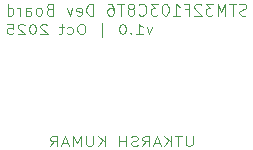
<source format=gbr>
%TF.GenerationSoftware,KiCad,Pcbnew,9.0.4*%
%TF.CreationDate,2025-10-05T01:24:38+05:30*%
%TF.ProjectId,Project4,50726f6a-6563-4743-942e-6b696361645f,rev?*%
%TF.SameCoordinates,Original*%
%TF.FileFunction,Legend,Bot*%
%TF.FilePolarity,Positive*%
%FSLAX46Y46*%
G04 Gerber Fmt 4.6, Leading zero omitted, Abs format (unit mm)*
G04 Created by KiCad (PCBNEW 9.0.4) date 2025-10-05 01:24:38*
%MOMM*%
%LPD*%
G01*
G04 APERTURE LIST*
%ADD10C,0.100000*%
G04 APERTURE END LIST*
D10*
X120196115Y-93596895D02*
X120196115Y-94244514D01*
X120196115Y-94244514D02*
X120148496Y-94320704D01*
X120148496Y-94320704D02*
X120100877Y-94358800D01*
X120100877Y-94358800D02*
X120005639Y-94396895D01*
X120005639Y-94396895D02*
X119815163Y-94396895D01*
X119815163Y-94396895D02*
X119719925Y-94358800D01*
X119719925Y-94358800D02*
X119672306Y-94320704D01*
X119672306Y-94320704D02*
X119624687Y-94244514D01*
X119624687Y-94244514D02*
X119624687Y-93596895D01*
X119291353Y-93596895D02*
X118719925Y-93596895D01*
X119005639Y-94396895D02*
X119005639Y-93596895D01*
X118386591Y-94396895D02*
X118386591Y-93596895D01*
X117815163Y-94396895D02*
X118243734Y-93939752D01*
X117815163Y-93596895D02*
X118386591Y-94054038D01*
X117434210Y-94168323D02*
X116958020Y-94168323D01*
X117529448Y-94396895D02*
X117196115Y-93596895D01*
X117196115Y-93596895D02*
X116862782Y-94396895D01*
X115958020Y-94396895D02*
X116291353Y-94015942D01*
X116529448Y-94396895D02*
X116529448Y-93596895D01*
X116529448Y-93596895D02*
X116148496Y-93596895D01*
X116148496Y-93596895D02*
X116053258Y-93634990D01*
X116053258Y-93634990D02*
X116005639Y-93673085D01*
X116005639Y-93673085D02*
X115958020Y-93749276D01*
X115958020Y-93749276D02*
X115958020Y-93863561D01*
X115958020Y-93863561D02*
X116005639Y-93939752D01*
X116005639Y-93939752D02*
X116053258Y-93977847D01*
X116053258Y-93977847D02*
X116148496Y-94015942D01*
X116148496Y-94015942D02*
X116529448Y-94015942D01*
X115577067Y-94358800D02*
X115434210Y-94396895D01*
X115434210Y-94396895D02*
X115196115Y-94396895D01*
X115196115Y-94396895D02*
X115100877Y-94358800D01*
X115100877Y-94358800D02*
X115053258Y-94320704D01*
X115053258Y-94320704D02*
X115005639Y-94244514D01*
X115005639Y-94244514D02*
X115005639Y-94168323D01*
X115005639Y-94168323D02*
X115053258Y-94092133D01*
X115053258Y-94092133D02*
X115100877Y-94054038D01*
X115100877Y-94054038D02*
X115196115Y-94015942D01*
X115196115Y-94015942D02*
X115386591Y-93977847D01*
X115386591Y-93977847D02*
X115481829Y-93939752D01*
X115481829Y-93939752D02*
X115529448Y-93901657D01*
X115529448Y-93901657D02*
X115577067Y-93825466D01*
X115577067Y-93825466D02*
X115577067Y-93749276D01*
X115577067Y-93749276D02*
X115529448Y-93673085D01*
X115529448Y-93673085D02*
X115481829Y-93634990D01*
X115481829Y-93634990D02*
X115386591Y-93596895D01*
X115386591Y-93596895D02*
X115148496Y-93596895D01*
X115148496Y-93596895D02*
X115005639Y-93634990D01*
X114577067Y-94396895D02*
X114577067Y-93596895D01*
X114577067Y-93977847D02*
X114005639Y-93977847D01*
X114005639Y-94396895D02*
X114005639Y-93596895D01*
X112767543Y-94396895D02*
X112767543Y-93596895D01*
X112196115Y-94396895D02*
X112624686Y-93939752D01*
X112196115Y-93596895D02*
X112767543Y-94054038D01*
X111767543Y-93596895D02*
X111767543Y-94244514D01*
X111767543Y-94244514D02*
X111719924Y-94320704D01*
X111719924Y-94320704D02*
X111672305Y-94358800D01*
X111672305Y-94358800D02*
X111577067Y-94396895D01*
X111577067Y-94396895D02*
X111386591Y-94396895D01*
X111386591Y-94396895D02*
X111291353Y-94358800D01*
X111291353Y-94358800D02*
X111243734Y-94320704D01*
X111243734Y-94320704D02*
X111196115Y-94244514D01*
X111196115Y-94244514D02*
X111196115Y-93596895D01*
X110719924Y-94396895D02*
X110719924Y-93596895D01*
X110719924Y-93596895D02*
X110386591Y-94168323D01*
X110386591Y-94168323D02*
X110053258Y-93596895D01*
X110053258Y-93596895D02*
X110053258Y-94396895D01*
X109624686Y-94168323D02*
X109148496Y-94168323D01*
X109719924Y-94396895D02*
X109386591Y-93596895D01*
X109386591Y-93596895D02*
X109053258Y-94396895D01*
X108148496Y-94396895D02*
X108481829Y-94015942D01*
X108719924Y-94396895D02*
X108719924Y-93596895D01*
X108719924Y-93596895D02*
X108338972Y-93596895D01*
X108338972Y-93596895D02*
X108243734Y-93634990D01*
X108243734Y-93634990D02*
X108196115Y-93673085D01*
X108196115Y-93673085D02*
X108148496Y-93749276D01*
X108148496Y-93749276D02*
X108148496Y-93863561D01*
X108148496Y-93863561D02*
X108196115Y-93939752D01*
X108196115Y-93939752D02*
X108243734Y-93977847D01*
X108243734Y-93977847D02*
X108338972Y-94015942D01*
X108338972Y-94015942D02*
X108719924Y-94015942D01*
X116791353Y-84363561D02*
X116553258Y-84896895D01*
X116553258Y-84896895D02*
X116315163Y-84363561D01*
X115410401Y-84896895D02*
X115981829Y-84896895D01*
X115696115Y-84896895D02*
X115696115Y-84096895D01*
X115696115Y-84096895D02*
X115791353Y-84211180D01*
X115791353Y-84211180D02*
X115886591Y-84287371D01*
X115886591Y-84287371D02*
X115981829Y-84325466D01*
X114981829Y-84820704D02*
X114934210Y-84858800D01*
X114934210Y-84858800D02*
X114981829Y-84896895D01*
X114981829Y-84896895D02*
X115029448Y-84858800D01*
X115029448Y-84858800D02*
X114981829Y-84820704D01*
X114981829Y-84820704D02*
X114981829Y-84896895D01*
X114315163Y-84096895D02*
X114219925Y-84096895D01*
X114219925Y-84096895D02*
X114124687Y-84134990D01*
X114124687Y-84134990D02*
X114077068Y-84173085D01*
X114077068Y-84173085D02*
X114029449Y-84249276D01*
X114029449Y-84249276D02*
X113981830Y-84401657D01*
X113981830Y-84401657D02*
X113981830Y-84592133D01*
X113981830Y-84592133D02*
X114029449Y-84744514D01*
X114029449Y-84744514D02*
X114077068Y-84820704D01*
X114077068Y-84820704D02*
X114124687Y-84858800D01*
X114124687Y-84858800D02*
X114219925Y-84896895D01*
X114219925Y-84896895D02*
X114315163Y-84896895D01*
X114315163Y-84896895D02*
X114410401Y-84858800D01*
X114410401Y-84858800D02*
X114458020Y-84820704D01*
X114458020Y-84820704D02*
X114505639Y-84744514D01*
X114505639Y-84744514D02*
X114553258Y-84592133D01*
X114553258Y-84592133D02*
X114553258Y-84401657D01*
X114553258Y-84401657D02*
X114505639Y-84249276D01*
X114505639Y-84249276D02*
X114458020Y-84173085D01*
X114458020Y-84173085D02*
X114410401Y-84134990D01*
X114410401Y-84134990D02*
X114315163Y-84096895D01*
X112553258Y-85163561D02*
X112553258Y-84020704D01*
X110886591Y-84096895D02*
X110696115Y-84096895D01*
X110696115Y-84096895D02*
X110600877Y-84134990D01*
X110600877Y-84134990D02*
X110505639Y-84211180D01*
X110505639Y-84211180D02*
X110458020Y-84363561D01*
X110458020Y-84363561D02*
X110458020Y-84630228D01*
X110458020Y-84630228D02*
X110505639Y-84782609D01*
X110505639Y-84782609D02*
X110600877Y-84858800D01*
X110600877Y-84858800D02*
X110696115Y-84896895D01*
X110696115Y-84896895D02*
X110886591Y-84896895D01*
X110886591Y-84896895D02*
X110981829Y-84858800D01*
X110981829Y-84858800D02*
X111077067Y-84782609D01*
X111077067Y-84782609D02*
X111124686Y-84630228D01*
X111124686Y-84630228D02*
X111124686Y-84363561D01*
X111124686Y-84363561D02*
X111077067Y-84211180D01*
X111077067Y-84211180D02*
X110981829Y-84134990D01*
X110981829Y-84134990D02*
X110886591Y-84096895D01*
X109600877Y-84858800D02*
X109696115Y-84896895D01*
X109696115Y-84896895D02*
X109886591Y-84896895D01*
X109886591Y-84896895D02*
X109981829Y-84858800D01*
X109981829Y-84858800D02*
X110029448Y-84820704D01*
X110029448Y-84820704D02*
X110077067Y-84744514D01*
X110077067Y-84744514D02*
X110077067Y-84515942D01*
X110077067Y-84515942D02*
X110029448Y-84439752D01*
X110029448Y-84439752D02*
X109981829Y-84401657D01*
X109981829Y-84401657D02*
X109886591Y-84363561D01*
X109886591Y-84363561D02*
X109696115Y-84363561D01*
X109696115Y-84363561D02*
X109600877Y-84401657D01*
X109315162Y-84363561D02*
X108934210Y-84363561D01*
X109172305Y-84096895D02*
X109172305Y-84782609D01*
X109172305Y-84782609D02*
X109124686Y-84858800D01*
X109124686Y-84858800D02*
X109029448Y-84896895D01*
X109029448Y-84896895D02*
X108934210Y-84896895D01*
X107886590Y-84173085D02*
X107838971Y-84134990D01*
X107838971Y-84134990D02*
X107743733Y-84096895D01*
X107743733Y-84096895D02*
X107505638Y-84096895D01*
X107505638Y-84096895D02*
X107410400Y-84134990D01*
X107410400Y-84134990D02*
X107362781Y-84173085D01*
X107362781Y-84173085D02*
X107315162Y-84249276D01*
X107315162Y-84249276D02*
X107315162Y-84325466D01*
X107315162Y-84325466D02*
X107362781Y-84439752D01*
X107362781Y-84439752D02*
X107934209Y-84896895D01*
X107934209Y-84896895D02*
X107315162Y-84896895D01*
X106696114Y-84096895D02*
X106600876Y-84096895D01*
X106600876Y-84096895D02*
X106505638Y-84134990D01*
X106505638Y-84134990D02*
X106458019Y-84173085D01*
X106458019Y-84173085D02*
X106410400Y-84249276D01*
X106410400Y-84249276D02*
X106362781Y-84401657D01*
X106362781Y-84401657D02*
X106362781Y-84592133D01*
X106362781Y-84592133D02*
X106410400Y-84744514D01*
X106410400Y-84744514D02*
X106458019Y-84820704D01*
X106458019Y-84820704D02*
X106505638Y-84858800D01*
X106505638Y-84858800D02*
X106600876Y-84896895D01*
X106600876Y-84896895D02*
X106696114Y-84896895D01*
X106696114Y-84896895D02*
X106791352Y-84858800D01*
X106791352Y-84858800D02*
X106838971Y-84820704D01*
X106838971Y-84820704D02*
X106886590Y-84744514D01*
X106886590Y-84744514D02*
X106934209Y-84592133D01*
X106934209Y-84592133D02*
X106934209Y-84401657D01*
X106934209Y-84401657D02*
X106886590Y-84249276D01*
X106886590Y-84249276D02*
X106838971Y-84173085D01*
X106838971Y-84173085D02*
X106791352Y-84134990D01*
X106791352Y-84134990D02*
X106696114Y-84096895D01*
X105981828Y-84173085D02*
X105934209Y-84134990D01*
X105934209Y-84134990D02*
X105838971Y-84096895D01*
X105838971Y-84096895D02*
X105600876Y-84096895D01*
X105600876Y-84096895D02*
X105505638Y-84134990D01*
X105505638Y-84134990D02*
X105458019Y-84173085D01*
X105458019Y-84173085D02*
X105410400Y-84249276D01*
X105410400Y-84249276D02*
X105410400Y-84325466D01*
X105410400Y-84325466D02*
X105458019Y-84439752D01*
X105458019Y-84439752D02*
X106029447Y-84896895D01*
X106029447Y-84896895D02*
X105410400Y-84896895D01*
X104505638Y-84096895D02*
X104981828Y-84096895D01*
X104981828Y-84096895D02*
X105029447Y-84477847D01*
X105029447Y-84477847D02*
X104981828Y-84439752D01*
X104981828Y-84439752D02*
X104886590Y-84401657D01*
X104886590Y-84401657D02*
X104648495Y-84401657D01*
X104648495Y-84401657D02*
X104553257Y-84439752D01*
X104553257Y-84439752D02*
X104505638Y-84477847D01*
X104505638Y-84477847D02*
X104458019Y-84554038D01*
X104458019Y-84554038D02*
X104458019Y-84744514D01*
X104458019Y-84744514D02*
X104505638Y-84820704D01*
X104505638Y-84820704D02*
X104553257Y-84858800D01*
X104553257Y-84858800D02*
X104648495Y-84896895D01*
X104648495Y-84896895D02*
X104886590Y-84896895D01*
X104886590Y-84896895D02*
X104981828Y-84858800D01*
X104981828Y-84858800D02*
X105029447Y-84820704D01*
X124743734Y-83324800D02*
X124600877Y-83372419D01*
X124600877Y-83372419D02*
X124362782Y-83372419D01*
X124362782Y-83372419D02*
X124267544Y-83324800D01*
X124267544Y-83324800D02*
X124219925Y-83277180D01*
X124219925Y-83277180D02*
X124172306Y-83181942D01*
X124172306Y-83181942D02*
X124172306Y-83086704D01*
X124172306Y-83086704D02*
X124219925Y-82991466D01*
X124219925Y-82991466D02*
X124267544Y-82943847D01*
X124267544Y-82943847D02*
X124362782Y-82896228D01*
X124362782Y-82896228D02*
X124553258Y-82848609D01*
X124553258Y-82848609D02*
X124648496Y-82800990D01*
X124648496Y-82800990D02*
X124696115Y-82753371D01*
X124696115Y-82753371D02*
X124743734Y-82658133D01*
X124743734Y-82658133D02*
X124743734Y-82562895D01*
X124743734Y-82562895D02*
X124696115Y-82467657D01*
X124696115Y-82467657D02*
X124648496Y-82420038D01*
X124648496Y-82420038D02*
X124553258Y-82372419D01*
X124553258Y-82372419D02*
X124315163Y-82372419D01*
X124315163Y-82372419D02*
X124172306Y-82420038D01*
X123886591Y-82372419D02*
X123315163Y-82372419D01*
X123600877Y-83372419D02*
X123600877Y-82372419D01*
X122981829Y-83372419D02*
X122981829Y-82372419D01*
X122981829Y-82372419D02*
X122648496Y-83086704D01*
X122648496Y-83086704D02*
X122315163Y-82372419D01*
X122315163Y-82372419D02*
X122315163Y-83372419D01*
X121934210Y-82372419D02*
X121315163Y-82372419D01*
X121315163Y-82372419D02*
X121648496Y-82753371D01*
X121648496Y-82753371D02*
X121505639Y-82753371D01*
X121505639Y-82753371D02*
X121410401Y-82800990D01*
X121410401Y-82800990D02*
X121362782Y-82848609D01*
X121362782Y-82848609D02*
X121315163Y-82943847D01*
X121315163Y-82943847D02*
X121315163Y-83181942D01*
X121315163Y-83181942D02*
X121362782Y-83277180D01*
X121362782Y-83277180D02*
X121410401Y-83324800D01*
X121410401Y-83324800D02*
X121505639Y-83372419D01*
X121505639Y-83372419D02*
X121791353Y-83372419D01*
X121791353Y-83372419D02*
X121886591Y-83324800D01*
X121886591Y-83324800D02*
X121934210Y-83277180D01*
X120934210Y-82467657D02*
X120886591Y-82420038D01*
X120886591Y-82420038D02*
X120791353Y-82372419D01*
X120791353Y-82372419D02*
X120553258Y-82372419D01*
X120553258Y-82372419D02*
X120458020Y-82420038D01*
X120458020Y-82420038D02*
X120410401Y-82467657D01*
X120410401Y-82467657D02*
X120362782Y-82562895D01*
X120362782Y-82562895D02*
X120362782Y-82658133D01*
X120362782Y-82658133D02*
X120410401Y-82800990D01*
X120410401Y-82800990D02*
X120981829Y-83372419D01*
X120981829Y-83372419D02*
X120362782Y-83372419D01*
X119600877Y-82848609D02*
X119934210Y-82848609D01*
X119934210Y-83372419D02*
X119934210Y-82372419D01*
X119934210Y-82372419D02*
X119458020Y-82372419D01*
X118553258Y-83372419D02*
X119124686Y-83372419D01*
X118838972Y-83372419D02*
X118838972Y-82372419D01*
X118838972Y-82372419D02*
X118934210Y-82515276D01*
X118934210Y-82515276D02*
X119029448Y-82610514D01*
X119029448Y-82610514D02*
X119124686Y-82658133D01*
X117934210Y-82372419D02*
X117838972Y-82372419D01*
X117838972Y-82372419D02*
X117743734Y-82420038D01*
X117743734Y-82420038D02*
X117696115Y-82467657D01*
X117696115Y-82467657D02*
X117648496Y-82562895D01*
X117648496Y-82562895D02*
X117600877Y-82753371D01*
X117600877Y-82753371D02*
X117600877Y-82991466D01*
X117600877Y-82991466D02*
X117648496Y-83181942D01*
X117648496Y-83181942D02*
X117696115Y-83277180D01*
X117696115Y-83277180D02*
X117743734Y-83324800D01*
X117743734Y-83324800D02*
X117838972Y-83372419D01*
X117838972Y-83372419D02*
X117934210Y-83372419D01*
X117934210Y-83372419D02*
X118029448Y-83324800D01*
X118029448Y-83324800D02*
X118077067Y-83277180D01*
X118077067Y-83277180D02*
X118124686Y-83181942D01*
X118124686Y-83181942D02*
X118172305Y-82991466D01*
X118172305Y-82991466D02*
X118172305Y-82753371D01*
X118172305Y-82753371D02*
X118124686Y-82562895D01*
X118124686Y-82562895D02*
X118077067Y-82467657D01*
X118077067Y-82467657D02*
X118029448Y-82420038D01*
X118029448Y-82420038D02*
X117934210Y-82372419D01*
X117267543Y-82372419D02*
X116648496Y-82372419D01*
X116648496Y-82372419D02*
X116981829Y-82753371D01*
X116981829Y-82753371D02*
X116838972Y-82753371D01*
X116838972Y-82753371D02*
X116743734Y-82800990D01*
X116743734Y-82800990D02*
X116696115Y-82848609D01*
X116696115Y-82848609D02*
X116648496Y-82943847D01*
X116648496Y-82943847D02*
X116648496Y-83181942D01*
X116648496Y-83181942D02*
X116696115Y-83277180D01*
X116696115Y-83277180D02*
X116743734Y-83324800D01*
X116743734Y-83324800D02*
X116838972Y-83372419D01*
X116838972Y-83372419D02*
X117124686Y-83372419D01*
X117124686Y-83372419D02*
X117219924Y-83324800D01*
X117219924Y-83324800D02*
X117267543Y-83277180D01*
X115648496Y-83277180D02*
X115696115Y-83324800D01*
X115696115Y-83324800D02*
X115838972Y-83372419D01*
X115838972Y-83372419D02*
X115934210Y-83372419D01*
X115934210Y-83372419D02*
X116077067Y-83324800D01*
X116077067Y-83324800D02*
X116172305Y-83229561D01*
X116172305Y-83229561D02*
X116219924Y-83134323D01*
X116219924Y-83134323D02*
X116267543Y-82943847D01*
X116267543Y-82943847D02*
X116267543Y-82800990D01*
X116267543Y-82800990D02*
X116219924Y-82610514D01*
X116219924Y-82610514D02*
X116172305Y-82515276D01*
X116172305Y-82515276D02*
X116077067Y-82420038D01*
X116077067Y-82420038D02*
X115934210Y-82372419D01*
X115934210Y-82372419D02*
X115838972Y-82372419D01*
X115838972Y-82372419D02*
X115696115Y-82420038D01*
X115696115Y-82420038D02*
X115648496Y-82467657D01*
X115077067Y-82800990D02*
X115172305Y-82753371D01*
X115172305Y-82753371D02*
X115219924Y-82705752D01*
X115219924Y-82705752D02*
X115267543Y-82610514D01*
X115267543Y-82610514D02*
X115267543Y-82562895D01*
X115267543Y-82562895D02*
X115219924Y-82467657D01*
X115219924Y-82467657D02*
X115172305Y-82420038D01*
X115172305Y-82420038D02*
X115077067Y-82372419D01*
X115077067Y-82372419D02*
X114886591Y-82372419D01*
X114886591Y-82372419D02*
X114791353Y-82420038D01*
X114791353Y-82420038D02*
X114743734Y-82467657D01*
X114743734Y-82467657D02*
X114696115Y-82562895D01*
X114696115Y-82562895D02*
X114696115Y-82610514D01*
X114696115Y-82610514D02*
X114743734Y-82705752D01*
X114743734Y-82705752D02*
X114791353Y-82753371D01*
X114791353Y-82753371D02*
X114886591Y-82800990D01*
X114886591Y-82800990D02*
X115077067Y-82800990D01*
X115077067Y-82800990D02*
X115172305Y-82848609D01*
X115172305Y-82848609D02*
X115219924Y-82896228D01*
X115219924Y-82896228D02*
X115267543Y-82991466D01*
X115267543Y-82991466D02*
X115267543Y-83181942D01*
X115267543Y-83181942D02*
X115219924Y-83277180D01*
X115219924Y-83277180D02*
X115172305Y-83324800D01*
X115172305Y-83324800D02*
X115077067Y-83372419D01*
X115077067Y-83372419D02*
X114886591Y-83372419D01*
X114886591Y-83372419D02*
X114791353Y-83324800D01*
X114791353Y-83324800D02*
X114743734Y-83277180D01*
X114743734Y-83277180D02*
X114696115Y-83181942D01*
X114696115Y-83181942D02*
X114696115Y-82991466D01*
X114696115Y-82991466D02*
X114743734Y-82896228D01*
X114743734Y-82896228D02*
X114791353Y-82848609D01*
X114791353Y-82848609D02*
X114886591Y-82800990D01*
X114410400Y-82372419D02*
X113838972Y-82372419D01*
X114124686Y-83372419D02*
X114124686Y-82372419D01*
X113077067Y-82372419D02*
X113267543Y-82372419D01*
X113267543Y-82372419D02*
X113362781Y-82420038D01*
X113362781Y-82420038D02*
X113410400Y-82467657D01*
X113410400Y-82467657D02*
X113505638Y-82610514D01*
X113505638Y-82610514D02*
X113553257Y-82800990D01*
X113553257Y-82800990D02*
X113553257Y-83181942D01*
X113553257Y-83181942D02*
X113505638Y-83277180D01*
X113505638Y-83277180D02*
X113458019Y-83324800D01*
X113458019Y-83324800D02*
X113362781Y-83372419D01*
X113362781Y-83372419D02*
X113172305Y-83372419D01*
X113172305Y-83372419D02*
X113077067Y-83324800D01*
X113077067Y-83324800D02*
X113029448Y-83277180D01*
X113029448Y-83277180D02*
X112981829Y-83181942D01*
X112981829Y-83181942D02*
X112981829Y-82943847D01*
X112981829Y-82943847D02*
X113029448Y-82848609D01*
X113029448Y-82848609D02*
X113077067Y-82800990D01*
X113077067Y-82800990D02*
X113172305Y-82753371D01*
X113172305Y-82753371D02*
X113362781Y-82753371D01*
X113362781Y-82753371D02*
X113458019Y-82800990D01*
X113458019Y-82800990D02*
X113505638Y-82848609D01*
X113505638Y-82848609D02*
X113553257Y-82943847D01*
X111791352Y-83372419D02*
X111791352Y-82372419D01*
X111791352Y-82372419D02*
X111553257Y-82372419D01*
X111553257Y-82372419D02*
X111410400Y-82420038D01*
X111410400Y-82420038D02*
X111315162Y-82515276D01*
X111315162Y-82515276D02*
X111267543Y-82610514D01*
X111267543Y-82610514D02*
X111219924Y-82800990D01*
X111219924Y-82800990D02*
X111219924Y-82943847D01*
X111219924Y-82943847D02*
X111267543Y-83134323D01*
X111267543Y-83134323D02*
X111315162Y-83229561D01*
X111315162Y-83229561D02*
X111410400Y-83324800D01*
X111410400Y-83324800D02*
X111553257Y-83372419D01*
X111553257Y-83372419D02*
X111791352Y-83372419D01*
X110410400Y-83324800D02*
X110505638Y-83372419D01*
X110505638Y-83372419D02*
X110696114Y-83372419D01*
X110696114Y-83372419D02*
X110791352Y-83324800D01*
X110791352Y-83324800D02*
X110838971Y-83229561D01*
X110838971Y-83229561D02*
X110838971Y-82848609D01*
X110838971Y-82848609D02*
X110791352Y-82753371D01*
X110791352Y-82753371D02*
X110696114Y-82705752D01*
X110696114Y-82705752D02*
X110505638Y-82705752D01*
X110505638Y-82705752D02*
X110410400Y-82753371D01*
X110410400Y-82753371D02*
X110362781Y-82848609D01*
X110362781Y-82848609D02*
X110362781Y-82943847D01*
X110362781Y-82943847D02*
X110838971Y-83039085D01*
X110029447Y-82705752D02*
X109791352Y-83372419D01*
X109791352Y-83372419D02*
X109553257Y-82705752D01*
X108077066Y-82848609D02*
X107934209Y-82896228D01*
X107934209Y-82896228D02*
X107886590Y-82943847D01*
X107886590Y-82943847D02*
X107838971Y-83039085D01*
X107838971Y-83039085D02*
X107838971Y-83181942D01*
X107838971Y-83181942D02*
X107886590Y-83277180D01*
X107886590Y-83277180D02*
X107934209Y-83324800D01*
X107934209Y-83324800D02*
X108029447Y-83372419D01*
X108029447Y-83372419D02*
X108410399Y-83372419D01*
X108410399Y-83372419D02*
X108410399Y-82372419D01*
X108410399Y-82372419D02*
X108077066Y-82372419D01*
X108077066Y-82372419D02*
X107981828Y-82420038D01*
X107981828Y-82420038D02*
X107934209Y-82467657D01*
X107934209Y-82467657D02*
X107886590Y-82562895D01*
X107886590Y-82562895D02*
X107886590Y-82658133D01*
X107886590Y-82658133D02*
X107934209Y-82753371D01*
X107934209Y-82753371D02*
X107981828Y-82800990D01*
X107981828Y-82800990D02*
X108077066Y-82848609D01*
X108077066Y-82848609D02*
X108410399Y-82848609D01*
X107267542Y-83372419D02*
X107362780Y-83324800D01*
X107362780Y-83324800D02*
X107410399Y-83277180D01*
X107410399Y-83277180D02*
X107458018Y-83181942D01*
X107458018Y-83181942D02*
X107458018Y-82896228D01*
X107458018Y-82896228D02*
X107410399Y-82800990D01*
X107410399Y-82800990D02*
X107362780Y-82753371D01*
X107362780Y-82753371D02*
X107267542Y-82705752D01*
X107267542Y-82705752D02*
X107124685Y-82705752D01*
X107124685Y-82705752D02*
X107029447Y-82753371D01*
X107029447Y-82753371D02*
X106981828Y-82800990D01*
X106981828Y-82800990D02*
X106934209Y-82896228D01*
X106934209Y-82896228D02*
X106934209Y-83181942D01*
X106934209Y-83181942D02*
X106981828Y-83277180D01*
X106981828Y-83277180D02*
X107029447Y-83324800D01*
X107029447Y-83324800D02*
X107124685Y-83372419D01*
X107124685Y-83372419D02*
X107267542Y-83372419D01*
X106077066Y-83372419D02*
X106077066Y-82848609D01*
X106077066Y-82848609D02*
X106124685Y-82753371D01*
X106124685Y-82753371D02*
X106219923Y-82705752D01*
X106219923Y-82705752D02*
X106410399Y-82705752D01*
X106410399Y-82705752D02*
X106505637Y-82753371D01*
X106077066Y-83324800D02*
X106172304Y-83372419D01*
X106172304Y-83372419D02*
X106410399Y-83372419D01*
X106410399Y-83372419D02*
X106505637Y-83324800D01*
X106505637Y-83324800D02*
X106553256Y-83229561D01*
X106553256Y-83229561D02*
X106553256Y-83134323D01*
X106553256Y-83134323D02*
X106505637Y-83039085D01*
X106505637Y-83039085D02*
X106410399Y-82991466D01*
X106410399Y-82991466D02*
X106172304Y-82991466D01*
X106172304Y-82991466D02*
X106077066Y-82943847D01*
X105600875Y-83372419D02*
X105600875Y-82705752D01*
X105600875Y-82896228D02*
X105553256Y-82800990D01*
X105553256Y-82800990D02*
X105505637Y-82753371D01*
X105505637Y-82753371D02*
X105410399Y-82705752D01*
X105410399Y-82705752D02*
X105315161Y-82705752D01*
X104553256Y-83372419D02*
X104553256Y-82372419D01*
X104553256Y-83324800D02*
X104648494Y-83372419D01*
X104648494Y-83372419D02*
X104838970Y-83372419D01*
X104838970Y-83372419D02*
X104934208Y-83324800D01*
X104934208Y-83324800D02*
X104981827Y-83277180D01*
X104981827Y-83277180D02*
X105029446Y-83181942D01*
X105029446Y-83181942D02*
X105029446Y-82896228D01*
X105029446Y-82896228D02*
X104981827Y-82800990D01*
X104981827Y-82800990D02*
X104934208Y-82753371D01*
X104934208Y-82753371D02*
X104838970Y-82705752D01*
X104838970Y-82705752D02*
X104648494Y-82705752D01*
X104648494Y-82705752D02*
X104553256Y-82753371D01*
M02*

</source>
